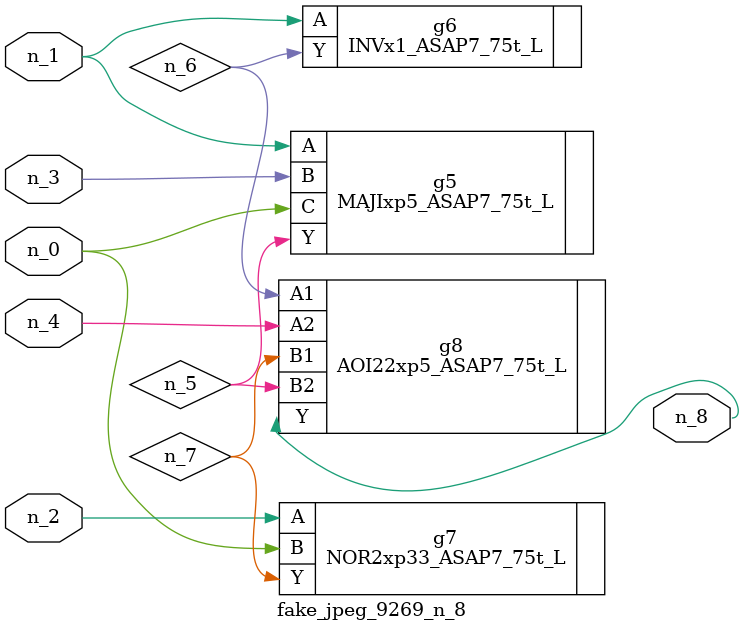
<source format=v>
module fake_jpeg_9269_n_8 (n_3, n_2, n_1, n_0, n_4, n_8);

input n_3;
input n_2;
input n_1;
input n_0;
input n_4;

output n_8;

wire n_6;
wire n_5;
wire n_7;

MAJIxp5_ASAP7_75t_L g5 ( 
.A(n_1),
.B(n_3),
.C(n_0),
.Y(n_5)
);

INVx1_ASAP7_75t_L g6 ( 
.A(n_1),
.Y(n_6)
);

NOR2xp33_ASAP7_75t_L g7 ( 
.A(n_2),
.B(n_0),
.Y(n_7)
);

AOI22xp5_ASAP7_75t_L g8 ( 
.A1(n_6),
.A2(n_4),
.B1(n_7),
.B2(n_5),
.Y(n_8)
);


endmodule
</source>
